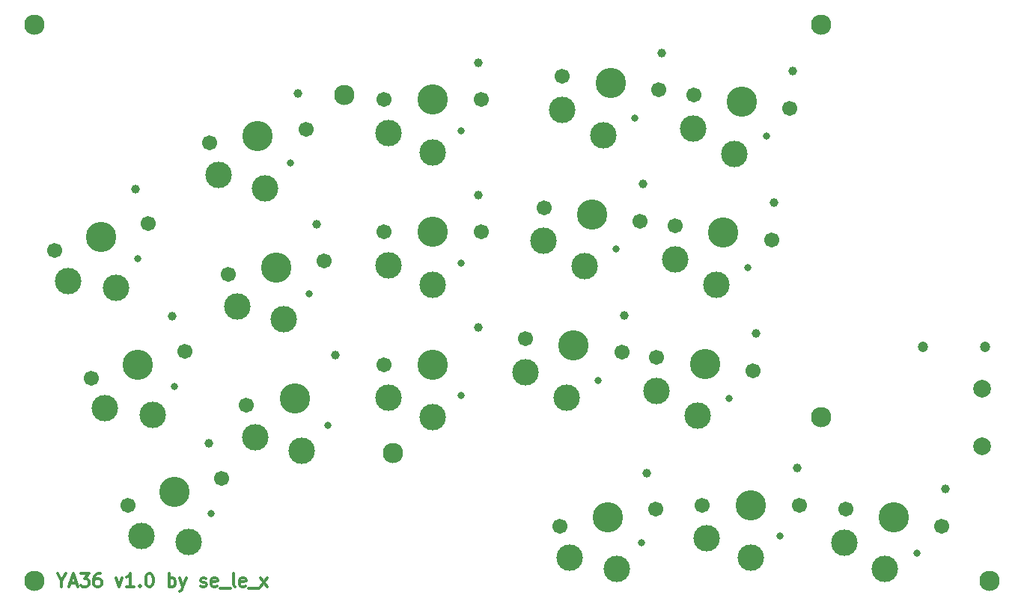
<source format=gbr>
G04 #@! TF.GenerationSoftware,KiCad,Pcbnew,(5.1.9)-1*
G04 #@! TF.CreationDate,2021-03-06T18:04:28-05:00*
G04 #@! TF.ProjectId,ya36,79613336-2e6b-4696-9361-645f70636258,rev?*
G04 #@! TF.SameCoordinates,Original*
G04 #@! TF.FileFunction,Soldermask,Top*
G04 #@! TF.FilePolarity,Negative*
%FSLAX46Y46*%
G04 Gerber Fmt 4.6, Leading zero omitted, Abs format (unit mm)*
G04 Created by KiCad (PCBNEW (5.1.9)-1) date 2021-03-06 18:04:28*
%MOMM*%
%LPD*%
G01*
G04 APERTURE LIST*
%ADD10C,0.300000*%
%ADD11C,0.990600*%
%ADD12C,3.000000*%
%ADD13C,3.429000*%
%ADD14C,1.701800*%
%ADD15C,0.800000*%
%ADD16C,2.300000*%
%ADD17C,1.200000*%
%ADD18C,2.000000*%
G04 APERTURE END LIST*
D10*
X45071428Y-114964285D02*
X45071428Y-115678571D01*
X44571428Y-114178571D02*
X45071428Y-114964285D01*
X45571428Y-114178571D01*
X46000000Y-115250000D02*
X46714285Y-115250000D01*
X45857142Y-115678571D02*
X46357142Y-114178571D01*
X46857142Y-115678571D01*
X47214285Y-114178571D02*
X48142857Y-114178571D01*
X47642857Y-114750000D01*
X47857142Y-114750000D01*
X48000000Y-114821428D01*
X48071428Y-114892857D01*
X48142857Y-115035714D01*
X48142857Y-115392857D01*
X48071428Y-115535714D01*
X48000000Y-115607142D01*
X47857142Y-115678571D01*
X47428571Y-115678571D01*
X47285714Y-115607142D01*
X47214285Y-115535714D01*
X49428571Y-114178571D02*
X49142857Y-114178571D01*
X49000000Y-114250000D01*
X48928571Y-114321428D01*
X48785714Y-114535714D01*
X48714285Y-114821428D01*
X48714285Y-115392857D01*
X48785714Y-115535714D01*
X48857142Y-115607142D01*
X49000000Y-115678571D01*
X49285714Y-115678571D01*
X49428571Y-115607142D01*
X49500000Y-115535714D01*
X49571428Y-115392857D01*
X49571428Y-115035714D01*
X49500000Y-114892857D01*
X49428571Y-114821428D01*
X49285714Y-114750000D01*
X49000000Y-114750000D01*
X48857142Y-114821428D01*
X48785714Y-114892857D01*
X48714285Y-115035714D01*
X51214285Y-114678571D02*
X51571428Y-115678571D01*
X51928571Y-114678571D01*
X53285714Y-115678571D02*
X52428571Y-115678571D01*
X52857142Y-115678571D02*
X52857142Y-114178571D01*
X52714285Y-114392857D01*
X52571428Y-114535714D01*
X52428571Y-114607142D01*
X53928571Y-115535714D02*
X54000000Y-115607142D01*
X53928571Y-115678571D01*
X53857142Y-115607142D01*
X53928571Y-115535714D01*
X53928571Y-115678571D01*
X54928571Y-114178571D02*
X55071428Y-114178571D01*
X55214285Y-114250000D01*
X55285714Y-114321428D01*
X55357142Y-114464285D01*
X55428571Y-114750000D01*
X55428571Y-115107142D01*
X55357142Y-115392857D01*
X55285714Y-115535714D01*
X55214285Y-115607142D01*
X55071428Y-115678571D01*
X54928571Y-115678571D01*
X54785714Y-115607142D01*
X54714285Y-115535714D01*
X54642857Y-115392857D01*
X54571428Y-115107142D01*
X54571428Y-114750000D01*
X54642857Y-114464285D01*
X54714285Y-114321428D01*
X54785714Y-114250000D01*
X54928571Y-114178571D01*
X57214285Y-115678571D02*
X57214285Y-114178571D01*
X57214285Y-114750000D02*
X57357142Y-114678571D01*
X57642857Y-114678571D01*
X57785714Y-114750000D01*
X57857142Y-114821428D01*
X57928571Y-114964285D01*
X57928571Y-115392857D01*
X57857142Y-115535714D01*
X57785714Y-115607142D01*
X57642857Y-115678571D01*
X57357142Y-115678571D01*
X57214285Y-115607142D01*
X58428571Y-114678571D02*
X58785714Y-115678571D01*
X59142857Y-114678571D02*
X58785714Y-115678571D01*
X58642857Y-116035714D01*
X58571428Y-116107142D01*
X58428571Y-116178571D01*
X60785714Y-115607142D02*
X60928571Y-115678571D01*
X61214285Y-115678571D01*
X61357142Y-115607142D01*
X61428571Y-115464285D01*
X61428571Y-115392857D01*
X61357142Y-115250000D01*
X61214285Y-115178571D01*
X61000000Y-115178571D01*
X60857142Y-115107142D01*
X60785714Y-114964285D01*
X60785714Y-114892857D01*
X60857142Y-114750000D01*
X61000000Y-114678571D01*
X61214285Y-114678571D01*
X61357142Y-114750000D01*
X62642857Y-115607142D02*
X62500000Y-115678571D01*
X62214285Y-115678571D01*
X62071428Y-115607142D01*
X62000000Y-115464285D01*
X62000000Y-114892857D01*
X62071428Y-114750000D01*
X62214285Y-114678571D01*
X62500000Y-114678571D01*
X62642857Y-114750000D01*
X62714285Y-114892857D01*
X62714285Y-115035714D01*
X62000000Y-115178571D01*
X63000000Y-115821428D02*
X64142857Y-115821428D01*
X64714285Y-115678571D02*
X64571428Y-115607142D01*
X64500000Y-115464285D01*
X64500000Y-114178571D01*
X65857142Y-115607142D02*
X65714285Y-115678571D01*
X65428571Y-115678571D01*
X65285714Y-115607142D01*
X65214285Y-115464285D01*
X65214285Y-114892857D01*
X65285714Y-114750000D01*
X65428571Y-114678571D01*
X65714285Y-114678571D01*
X65857142Y-114750000D01*
X65928571Y-114892857D01*
X65928571Y-115035714D01*
X65214285Y-115178571D01*
X66214285Y-115821428D02*
X67357142Y-115821428D01*
X67571428Y-115678571D02*
X68357142Y-114678571D01*
X67571428Y-114678571D02*
X68357142Y-115678571D01*
D11*
X92220000Y-86300000D03*
D12*
X87000000Y-96450000D03*
D13*
X87000000Y-90500000D03*
D12*
X82000000Y-94250000D03*
D14*
X81500000Y-90500000D03*
D15*
X90275000Y-94000000D03*
X75144119Y-97364167D03*
D14*
X65967411Y-95119473D03*
D12*
X66984444Y-98763392D03*
D13*
X71413885Y-94354021D03*
D12*
X72241965Y-100246116D03*
D11*
X75998557Y-89468412D03*
D16*
X42000000Y-115000000D03*
X150000000Y-115000000D03*
X131000000Y-52000000D03*
X42000000Y-52000000D03*
X131000000Y-96500000D03*
D11*
X108724535Y-84921379D03*
D12*
X102142729Y-94246116D03*
D13*
X102970809Y-88354021D03*
D12*
X97497570Y-91371661D03*
D14*
X108417283Y-89119473D03*
X97524335Y-87588569D03*
D15*
X105726831Y-92275751D03*
D16*
X82500000Y-100500000D03*
D11*
X92220000Y-71300000D03*
D12*
X87000000Y-81450000D03*
D13*
X87000000Y-75500000D03*
D12*
X82000000Y-79250000D03*
D14*
X92500000Y-75500000D03*
X81500000Y-75500000D03*
D15*
X90275000Y-79000000D03*
D11*
X57554448Y-85023873D03*
D12*
X55334381Y-96219506D03*
D13*
X53694339Y-90499999D03*
D12*
X49921671Y-95482917D03*
D14*
X58981278Y-88983994D03*
X48407400Y-92016004D03*
D15*
X57807202Y-92961703D03*
D11*
X110812132Y-70067359D03*
D12*
X104230326Y-79392096D03*
D13*
X105058406Y-73500001D03*
D12*
X99585167Y-76517641D03*
D14*
X110504880Y-74265453D03*
X99611932Y-72734549D03*
D15*
X107814428Y-77421731D03*
D11*
X53419887Y-70604948D03*
D12*
X51199820Y-81800581D03*
D13*
X49559778Y-76081074D03*
D12*
X45787110Y-81063992D03*
D14*
X54846717Y-74565069D03*
X44272839Y-77597079D03*
D15*
X53672641Y-78542778D03*
D11*
X71823364Y-59760370D03*
D12*
X68066772Y-70538074D03*
D13*
X67238692Y-64645979D03*
D12*
X62809251Y-69055350D03*
D14*
X72685166Y-63880527D03*
X61792218Y-65411431D03*
D15*
X70968926Y-67656125D03*
D11*
X73910960Y-74614390D03*
D12*
X70154368Y-85392094D03*
D13*
X69326288Y-79499999D03*
D12*
X64896847Y-83909370D03*
D14*
X74772762Y-78734547D03*
X63879814Y-80265451D03*
D15*
X73056522Y-82510145D03*
D11*
X92220000Y-56300000D03*
D12*
X87000000Y-66450000D03*
D13*
X87000000Y-60500000D03*
D12*
X82000000Y-64250000D03*
D14*
X92500000Y-60500000D03*
X81500000Y-60500000D03*
D15*
X90275000Y-64000000D03*
D11*
X112899728Y-55213337D03*
D12*
X106317922Y-64538074D03*
D13*
X107146002Y-58645979D03*
D12*
X101672763Y-61663619D03*
D14*
X112592476Y-59411431D03*
X101699528Y-57880527D03*
D15*
X109902024Y-62567709D03*
D11*
X127753749Y-57300934D03*
D12*
X121171943Y-66625671D03*
D13*
X122000023Y-60733576D03*
D12*
X116526784Y-63751216D03*
D14*
X127446497Y-61499028D03*
X116553549Y-59968124D03*
D15*
X124756045Y-64655306D03*
D16*
X77000000Y-60000000D03*
D17*
X142500000Y-88500000D03*
X149500000Y-88500000D03*
D18*
X149150000Y-93250000D03*
X149150000Y-99750000D03*
D11*
X125666153Y-72154954D03*
D12*
X119084347Y-81479691D03*
D13*
X119912427Y-75587596D03*
D12*
X114439188Y-78605236D03*
D14*
X125358901Y-76353048D03*
X114465953Y-74822144D03*
D15*
X122668449Y-79509326D03*
D11*
X123578556Y-87008975D03*
D12*
X116996750Y-96333712D03*
D13*
X117824830Y-90441617D03*
D12*
X112351591Y-93459257D03*
D14*
X123271304Y-91207069D03*
X112378356Y-89676165D03*
D15*
X120580852Y-94363347D03*
D11*
X61689008Y-99442799D03*
D12*
X59468941Y-110638432D03*
D13*
X57828899Y-104918925D03*
D12*
X54056231Y-109901843D03*
D14*
X63115838Y-103402920D03*
X52541960Y-106434930D03*
D15*
X61941762Y-107380629D03*
D11*
X128220000Y-102212426D03*
D12*
X123000000Y-112362426D03*
D13*
X123000000Y-106412426D03*
D12*
X118000000Y-110162426D03*
D14*
X128500000Y-106412426D03*
X117500000Y-106412426D03*
D15*
X126275000Y-109912426D03*
D11*
X145058439Y-104598980D03*
D12*
X138155213Y-113688335D03*
D13*
X139188420Y-107828729D03*
D12*
X133613201Y-110653517D03*
D14*
X144604863Y-108783794D03*
X133771977Y-106873664D03*
D15*
X141805897Y-111844254D03*
D11*
X111222955Y-102786093D03*
D12*
X107844788Y-113688335D03*
D13*
X106811581Y-107828729D03*
D12*
X102538723Y-112389999D03*
D14*
X112228024Y-106873664D03*
X101395138Y-108783794D03*
D15*
X110644595Y-110706858D03*
M02*

</source>
